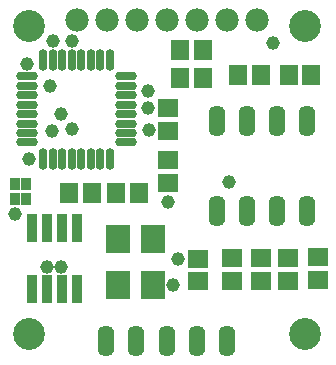
<source format=gts>
G04 Layer_Color=8388736*
%FSLAX24Y24*%
%MOIN*%
G70*
G01*
G75*
%ADD31R,0.0360X0.0440*%
%ADD32R,0.0680X0.0600*%
%ADD33R,0.0600X0.0680*%
%ADD34R,0.0790X0.0960*%
%ADD35O,0.0730X0.0297*%
%ADD36O,0.0297X0.0730*%
%ADD37R,0.0320X0.0950*%
%ADD38C,0.0780*%
%ADD39C,0.1064*%
%ADD40O,0.0560X0.1040*%
%ADD41C,0.0460*%
D31*
X37414Y33701D02*
D03*
X37050D02*
D03*
X37424Y34203D02*
D03*
X37060D02*
D03*
D32*
X42157Y35988D02*
D03*
Y36742D02*
D03*
X46163Y30988D02*
D03*
Y31742D02*
D03*
X45248Y30988D02*
D03*
Y31742D02*
D03*
X43171Y30968D02*
D03*
Y31722D02*
D03*
X44293Y31738D02*
D03*
Y30984D02*
D03*
X42167Y35006D02*
D03*
Y34252D02*
D03*
X47167Y31008D02*
D03*
Y31762D02*
D03*
D33*
X38855Y33898D02*
D03*
X39609D02*
D03*
X45244Y37844D02*
D03*
X44490D02*
D03*
X42564Y38661D02*
D03*
X43319D02*
D03*
X40429Y33898D02*
D03*
X41183D02*
D03*
X46177Y37854D02*
D03*
X46931D02*
D03*
X42564Y37726D02*
D03*
X43319D02*
D03*
D34*
X41649Y32362D02*
D03*
X40494D02*
D03*
X41649Y30827D02*
D03*
X40494D02*
D03*
D35*
X40759Y35591D02*
D03*
Y35906D02*
D03*
Y36220D02*
D03*
Y36535D02*
D03*
Y36850D02*
D03*
Y37165D02*
D03*
Y37480D02*
D03*
Y37795D02*
D03*
X37452D02*
D03*
Y37480D02*
D03*
Y37165D02*
D03*
Y36850D02*
D03*
Y36535D02*
D03*
Y36220D02*
D03*
Y35906D02*
D03*
Y35591D02*
D03*
D36*
X40208Y38346D02*
D03*
X39893D02*
D03*
X39578D02*
D03*
X39263D02*
D03*
X38948D02*
D03*
X38633D02*
D03*
X38319D02*
D03*
X38004D02*
D03*
Y35039D02*
D03*
X38319D02*
D03*
X38633D02*
D03*
X38948D02*
D03*
X39263D02*
D03*
X39578D02*
D03*
X39893D02*
D03*
X40208D02*
D03*
D37*
X37618Y30692D02*
D03*
X38118D02*
D03*
X39118D02*
D03*
X37618Y32746D02*
D03*
X38118D02*
D03*
X39118D02*
D03*
X38618Y30692D02*
D03*
Y32746D02*
D03*
D38*
X39124Y39656D02*
D03*
X40124D02*
D03*
X45124D02*
D03*
X44124D02*
D03*
X43124D02*
D03*
X42124D02*
D03*
X41124D02*
D03*
D39*
X46710Y39459D02*
D03*
X37537D02*
D03*
Y29222D02*
D03*
X46710D02*
D03*
D40*
X42113Y28986D02*
D03*
X43113D02*
D03*
X44113D02*
D03*
X40107Y28982D02*
D03*
X41107D02*
D03*
X43777Y36313D02*
D03*
X44777D02*
D03*
X45777D02*
D03*
X46777D02*
D03*
Y33313D02*
D03*
X45777D02*
D03*
X44777D02*
D03*
X43777D02*
D03*
D41*
X38595Y31437D02*
D03*
X37462Y38199D02*
D03*
X42492Y31722D02*
D03*
X42334Y30827D02*
D03*
X42167Y33602D02*
D03*
X41507Y37293D02*
D03*
Y36742D02*
D03*
X38220Y37480D02*
D03*
X41537Y35994D02*
D03*
X38604Y36535D02*
D03*
X37521Y35039D02*
D03*
X38958Y36053D02*
D03*
X38289Y35984D02*
D03*
X38122Y31427D02*
D03*
X44194Y34281D02*
D03*
X38948Y38957D02*
D03*
X38338Y38967D02*
D03*
X45672Y38917D02*
D03*
X37055Y33189D02*
D03*
M02*

</source>
